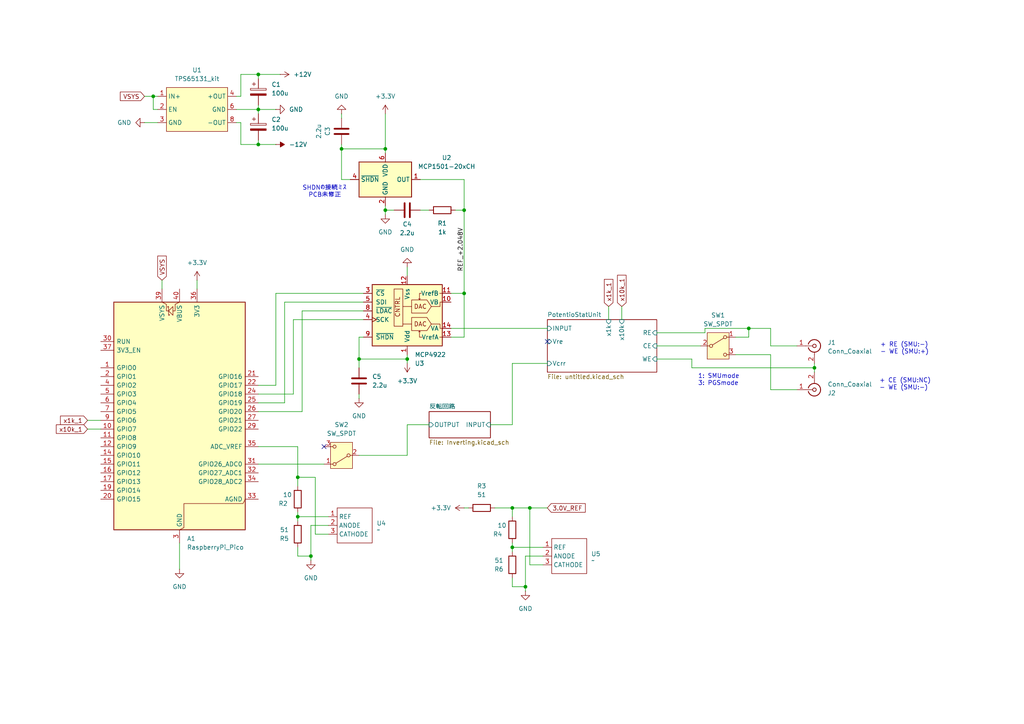
<source format=kicad_sch>
(kicad_sch (version 20250114) (generator "eeschema") (generator_version "9.0")
  (paper "A4")
  (lib_symbols
    (symbol "Analog_DAC:MCP4922" (pin_names (offset 1.016))
      (property "Reference" "U" (at -1.905 10.795 0))
      (property "Value" "MCP4922" (at -1.905 8.89 0))
      (symbol "MCP4922_0_0"
        (polyline (pts (xy 3.556 3.302) (xy 3.302 3.556)))
        (polyline (pts (xy 3.556 3.302) (xy 3.81 3.556)))
        (polyline (pts (xy 3.556 -5.842) (xy 3.302 -6.096)))
        (polyline (pts (xy 3.556 -5.842) (xy 3.81 -6.096)))
        (polyline (pts (xy 4.064 -7.62) (xy 3.556 -7.62) (xy 3.556 -5.842)))
        (polyline (pts (xy 4.318 5.08) (xy 3.556 5.08) (xy 3.556 3.302)))
        (polyline (pts (xy 6.985 1.27) (xy 9.525 1.27) (xy 9.525 2.54) (xy 10.16 2.54)))
        (polyline (pts (xy 6.985 -3.81) (xy 9.525 -3.81) (xy 9.525 -5.08) (xy 10.16 -5.08)))
        (polyline (pts (xy 10.16 5.08) (xy 9.398 5.08)))
        (polyline (pts (xy 10.16 -7.62) (xy 9.398 -7.62)))
        (text "CNTRL" (at -2.032 -6.731 900) (effects (font (size 1.27 1.27)) (justify left bottom)))
        (text "DAC" (at 3.81 1.27 0) (effects (font (size 1.27 1.27))))
        (text "DAC" (at 3.81 -3.81 0) (effects (font (size 1.27 1.27))))
      )
      (symbol "MCP4922_0_1"
        (rectangle (start -10.16 7.62) (end 10.16 -10.16) (stroke (width 0.254)) (fill (type background)))
        (rectangle (start -1.27 -8.89) (end -3.81 1.905))
        (polyline (pts (xy 1.27 1.27) (xy -1.27 1.27)))
        (polyline (pts (xy 1.27 -3.81) (xy -1.27 -3.81)))
        (polyline (pts (xy 6.985 1.27) (xy 5.715 3.175) (xy 1.27 3.175) (xy 1.27 -0.635) (xy 5.715 -0.635) (xy 6.985 1.27)))
        (polyline (pts (xy 6.985 -3.81) (xy 5.715 -1.905) (xy 1.27 -1.905) (xy 1.27 -5.715) (xy 5.715 -5.715) (xy 6.985 -3.81)))
      )
      (symbol "MCP4922_1_1"
        (pin input line (at -12.7 5.08 0) (length 2.54) (name "~{SHDN}") (number "9"))
        (pin input clock (at -12.7 0 0) (length 2.54) (name "SCK") (number "4"))
        (pin input line (at -12.7 -2.54 0) (length 2.54) (name "~{LDAC}") (number "8"))
        (pin input line (at -12.7 -5.08 0) (length 2.54) (name "SDI") (number "5"))
        (pin input line (at -12.7 -7.62 0) (length 2.54) (name "~{CS}") (number "3"))
        (pin no_connect line (at -7.62 -10.16 90) (length 2.54) (hide yes) (name "NC") (number "2"))
        (pin no_connect line (at -5.08 -10.16 90) (length 2.54) (hide yes) (name "NC") (number "6"))
        (pin no_connect line (at -2.54 -10.16 90) (length 2.54) (hide yes) (name "NC") (number "7"))
        (pin power_in line (at 0 10.16 270) (length 2.54) (name "Vdd") (number "1"))
        (pin power_in line (at 0 -12.7 90) (length 2.54) (name "Vss") (number "12"))
        (pin input line (at 12.7 5.08 180) (length 2.54) (name "VrefA") (number "13"))
        (pin output line (at 12.7 2.54 180) (length 2.54) (name "VA") (number "14"))
        (pin output line (at 12.7 -5.08 180) (length 2.54) (name "VB") (number "10"))
        (pin input line (at 12.7 -7.62 180) (length 2.54) (name "VrefB") (number "11"))
      )
    )
    (symbol "Connector:Conn_Coaxial" (pin_names (offset 1.016) (hide yes))
      (property "Reference" "J" (at 0.254 3.048 0))
      (property "Value" "Conn_Coaxial" (at 2.921 0 90))
      (symbol "Conn_Coaxial_0_1"
        (polyline (pts (xy -2.54 0) (xy -0.508 0)))
        (arc (start 1.778 0) (mid 0.222 -1.8079) (end -1.778 -0.508) (stroke (width 0.254)))
        (arc (start -1.778 0.508) (mid 0.2221 1.8084) (end 1.778 0) (stroke (width 0.254)))
        (circle (center 0 0) (radius 0.508) (stroke (width 0.2032)))
        (polyline (pts (xy 0 -2.54) (xy 0 -1.778)))
      )
      (symbol "Conn_Coaxial_1_1"
        (pin passive line (at -5.08 0 0) (length 2.54) (name "In") (number "1"))
        (pin passive line (at 0 -5.08 90) (length 2.54) (name "Ext") (number "2"))
      )
    )
    (symbol "Device:C" (pin_numbers (hide yes)) (pin_names (offset 0.254))
      (property "Reference" "C" (at 0.635 2.54 0))
      (property "Value" "C" (at 0.635 -2.54 0))
      (symbol "C_0_1"
        (polyline (pts (xy -2.032 0.762) (xy 2.032 0.762)) (stroke (width 0.508)))
        (polyline (pts (xy -2.032 -0.762) (xy 2.032 -0.762)) (stroke (width 0.508)))
      )
      (symbol "C_1_1"
        (pin passive line (at 0 3.81 270) (length 2.794) (name "~") (number "1"))
        (pin passive line (at 0 -3.81 90) (length 2.794) (name "~") (number "2"))
      )
    )
    (symbol "Device:C_Polarized" (pin_numbers (hide yes)) (pin_names (offset 0.254))
      (property "Reference" "C" (at 0.635 2.54 0))
      (property "Value" "C_Polarized" (at 0.635 -2.54 0))
      (symbol "C_Polarized_0_1"
        (rectangle (start -2.286 0.508) (end 2.286 1.016))
        (polyline (pts (xy -1.778 2.286) (xy -0.762 2.286)))
        (polyline (pts (xy -1.27 2.794) (xy -1.27 1.778)))
        (rectangle (start 2.286 -0.508) (end -2.286 -1.016) (fill (type outline)))
      )
      (symbol "C_Polarized_1_1"
        (pin passive line (at 0 3.81 270) (length 2.794) (name "~") (number "1"))
        (pin passive line (at 0 -3.81 90) (length 2.794) (name "~") (number "2"))
      )
    )
    (symbol "Device:R" (pin_numbers (hide yes)) (pin_names (offset 0))
      (property "Reference" "R" (at 2.032 0 90))
      (property "Value" "R" (at 0 0 90))
      (symbol "R_0_1"
        (rectangle (start -1.016 -2.54) (end 1.016 2.54) (stroke (width 0.254)))
      )
      (symbol "R_1_1"
        (pin passive line (at 0 3.81 270) (length 1.27) (name "~") (number "1"))
        (pin passive line (at 0 -3.81 90) (length 1.27) (name "~") (number "2"))
      )
    )
    (symbol "MCU_Module:RaspberryPi_Pico" (pin_names (offset 0.762))
      (property "Reference" "A" (at -19.05 35.56 0))
      (property "Value" "RaspberryPi_Pico" (at 7.62 35.56 0))
      (symbol "RaspberryPi_Pico_0_1"
        (rectangle (start -19.05 34.29) (end 19.05 -31.75) (stroke (width 0.254)) (fill (type background)))
        (polyline (pts (xy -5.08 34.29) (xy -3.81 33.655) (xy -3.81 31.75) (xy -3.175 31.75)))
        (polyline (pts (xy -3.429 32.766) (xy -3.429 33.02) (xy -3.175 33.02) (xy -3.175 30.48) (xy -2.921 30.48) (xy -2.921 30.734)))
        (polyline (pts (xy -3.175 31.75) (xy -1.905 33.02) (xy -1.905 30.48) (xy -3.175 31.75)))
        (polyline (pts (xy 0 34.29) (xy -1.27 33.655) (xy -1.27 31.75) (xy -1.905 31.75)))
        (polyline (pts (xy 0 -31.75) (xy 1.27 -31.115) (xy 1.27 -24.13) (xy 18.415 -24.13) (xy 19.05 -22.86)))
      )
      (symbol "RaspberryPi_Pico_1_1"
        (pin passive line (at -22.86 22.86 0) (length 3.81) (name "RUN") (number "30"))
        (pin passive line (at -22.86 20.32 0) (length 3.81) (name "3V3_EN") (number "37"))
        (pin bidirectional line (at -22.86 15.24 0) (length 3.81) (name "GPIO0") (number "1"))
        (pin bidirectional line (at -22.86 12.7 0) (length 3.81) (name "GPIO1") (number "2"))
        (pin bidirectional line (at -22.86 10.16 0) (length 3.81) (name "GPIO2") (number "4"))
        (pin bidirectional line (at -22.86 7.62 0) (length 3.81) (name "GPIO3") (number "5"))
        (pin bidirectional line (at -22.86 5.08 0) (length 3.81) (name "GPIO4") (number "6"))
        (pin bidirectional line (at -22.86 2.54 0) (length 3.81) (name "GPIO5") (number "7"))
        (pin bidirectional line (at -22.86 0 0) (length 3.81) (name "GPIO6") (number "9"))
        (pin bidirectional line (at -22.86 -2.54 0) (length 3.81) (name "GPIO7") (number "10"))
        (pin bidirectional line (at -22.86 -5.08 0) (length 3.81) (name "GPIO8") (number "11"))
        (pin bidirectional line (at -22.86 -7.62 0) (length 3.81) (name "GPIO9") (number "12"))
        (pin bidirectional line (at -22.86 -10.16 0) (length 3.81) (name "GPIO10") (number "14"))
        (pin bidirectional line (at -22.86 -12.7 0) (length 3.81) (name "GPIO11") (number "15"))
        (pin bidirectional line (at -22.86 -15.24 0) (length 3.81) (name "GPIO12") (number "16"))
        (pin bidirectional line (at -22.86 -17.78 0) (length 3.81) (name "GPIO13") (number "17"))
        (pin bidirectional line (at -22.86 -20.32 0) (length 3.81) (name "GPIO14") (number "19"))
        (pin bidirectional line (at -22.86 -22.86 0) (length 3.81) (name "GPIO15") (number "20"))
        (pin power_in line (at -5.08 38.1 270) (length 3.81) (name "VSYS") (number "39"))
        (pin power_out line (at 0 38.1 270) (length 3.81) (name "VBUS") (number "40"))
        (pin passive line (at 0 -35.56 90) (length 3.81) (hide yes) (name "GND") (number "13"))
        (pin passive line (at 0 -35.56 90) (length 3.81) (hide yes) (name "GND") (number "18"))
        (pin passive line (at 0 -35.56 90) (length 3.81) (hide yes) (name "GND") (number "23"))
        (pin passive line (at 0 -35.56 90) (length 3.81) (hide yes) (name "GND") (number "28"))
        (pin power_out line (at 0 -35.56 90) (length 3.81) (name "GND") (number "3"))
        (pin passive line (at 0 -35.56 90) (length 3.81) (hide yes) (name "GND") (number "38"))
        (pin passive line (at 0 -35.56 90) (length 3.81) (hide yes) (name "GND") (number "8"))
        (pin power_out line (at 5.08 38.1 270) (length 3.81) (name "3V3") (number "36"))
        (pin bidirectional line (at 22.86 12.7 180) (length 3.81) (name "GPIO16") (number "21"))
        (pin bidirectional line (at 22.86 10.16 180) (length 3.81) (name "GPIO17") (number "22"))
        (pin bidirectional line (at 22.86 7.62 180) (length 3.81) (name "GPIO18") (number "24"))
        (pin bidirectional line (at 22.86 5.08 180) (length 3.81) (name "GPIO19") (number "25"))
        (pin bidirectional line (at 22.86 2.54 180) (length 3.81) (name "GPIO20") (number "26"))
        (pin bidirectional line (at 22.86 0 180) (length 3.81) (name "GPIO21") (number "27"))
        (pin bidirectional line (at 22.86 -2.54 180) (length 3.81) (name "GPIO22") (number "29"))
        (pin power_in line (at 22.86 -7.62 180) (length 3.81) (name "ADC_VREF") (number "35"))
        (pin bidirectional line (at 22.86 -12.7 180) (length 3.81) (name "GPIO26_ADC0") (number "31"))
        (pin bidirectional line (at 22.86 -15.24 180) (length 3.81) (name "GPIO27_ADC1") (number "32"))
        (pin bidirectional line (at 22.86 -17.78 180) (length 3.81) (name "GPIO28_ADC2") (number "34"))
        (pin power_out line (at 22.86 -22.86 180) (length 3.81) (name "AGND") (number "33"))
      )
    )
    (symbol "NJM1431AU:NJM1431AU"
      (property "Reference" "U" (at 0 8.89 0))
      (symbol "NJM1431AU_0_1"
        (rectangle (start -5.08 7.62) (end 5.08 -2.54))
      )
      (symbol "NJM1431AU_1_1"
        (pin input line (at -2.54 -5.08 90) (length 2.54) (name "REF") (number "1"))
        (pin input line (at 0 -5.08 90) (length 2.54) (name "ANODE") (number "2"))
        (pin input line (at 2.54 -5.08 90) (length 2.54) (name "CATHODE") (number "3"))
      )
    )
    (symbol "Reference_Voltage:MCP1501-20xCH"
      (property "Reference" "U" (at -6.35 6.35 0))
      (property "Value" "MCP1501-20xCH" (at 10.16 6.35 0))
      (symbol "MCP1501-20xCH_0_0"
        (pin input line (at -10.16 0 0) (length 2.54) (name "~{SHDN}") (number "4"))
        (pin power_in line (at 0 7.62 270) (length 2.54) (name "VDD") (number "6"))
        (pin power_in line (at 0 -7.62 90) (length 2.54) (name "GND") (number "2"))
        (pin passive line (at 0 -7.62 90) (length 2.54) (hide yes) (name "GND") (number "3"))
        (pin passive line (at 0 -7.62 90) (length 2.54) (hide yes) (name "GND") (number "5"))
        (pin power_out line (at 10.16 0 180) (length 2.54) (name "OUT") (number "1"))
      )
      (symbol "MCP1501-20xCH_0_1"
        (rectangle (start -7.62 5.08) (end 7.62 -5.08) (stroke (width 0.254)) (fill (type background)))
      )
    )
    (symbol "Switch:SW_SPDT" (pin_names (offset 0) (hide yes))
      (property "Reference" "SW" (at 0 5.08 0))
      (property "Value" "SW_SPDT" (at 0 -5.08 0))
      (symbol "SW_SPDT_0_1"
        (circle (center -2.032 0) (radius 0.4572))
        (polyline (pts (xy -1.651 0.254) (xy 1.651 2.286)))
        (circle (center 2.032 2.54) (radius 0.4572))
        (circle (center 2.032 -2.54) (radius 0.4572))
      )
      (symbol "SW_SPDT_1_1"
        (rectangle (start -3.175 3.81) (end 3.175 -3.81) (fill (type background)))
        (pin passive line (at -5.08 0 0) (length 2.54) (name "B") (number "2"))
        (pin passive line (at 5.08 2.54 180) (length 2.54) (name "A") (number "1"))
        (pin passive line (at 5.08 -2.54 180) (length 2.54) (name "C") (number "3"))
      )
    )
    (symbol "TPS65131:TPS65131"
      (property "Reference" "U" (at 0 7.874 0))
      (property "Value" "TPS65131_kit" (at 0 -8.382 0))
      (symbol "TPS65131_1_1"
        (rectangle (start -8.89 6.35) (end 8.89 -6.35) (fill (type background)))
        (pin power_in line (at -11.43 3.81 0) (length 2.54) (name "IN+") (number "1"))
        (pin input line (at -11.43 0 0) (length 2.54) (name "EN") (number "2"))
        (pin power_in line (at -11.43 -3.81 0) (length 2.54) (name "GND") (number "3"))
        (pin power_out line (at 11.43 3.81 180) (length 2.54) (name "+OUT") (number "4"))
        (pin passive line (at 11.43 3.81 180) (length 2.54) (hide yes) (name "+OUT") (number "5"))
        (pin power_out line (at 11.43 0 180) (length 2.54) (name "GND") (number "6"))
        (pin passive line (at 11.43 0 180) (length 2.54) (hide yes) (name "GND") (number "7"))
        (pin power_out line (at 11.43 -3.81 180) (length 2.54) (name "-OUT") (number "8"))
        (pin passive line (at 11.43 -3.81 180) (length 2.54) (hide yes) (name "-OUT") (number "9"))
      )
    )
    (symbol "power:+12V" (power) (pin_numbers (hide yes)) (pin_names (offset 0) (hide yes))
      (property "Value" "+12V" (at 0 3.556 0))
      (symbol "+12V_0_1"
        (polyline (pts (xy -0.762 1.27) (xy 0 2.54)))
        (polyline (pts (xy 0 2.54) (xy 0.762 1.27)))
        (polyline (pts (xy 0 0) (xy 0 2.54)))
      )
      (symbol "+12V_1_1"
        (pin power_in line (at 0 0 90) (length 0) (name "~") (number "1"))
      )
    )
    (symbol "power:+3.3V" (power) (pin_numbers (hide yes)) (pin_names (offset 0) (hide yes))
      (property "Value" "+3.3V" (at 0 3.556 0))
      (symbol "+3.3V_0_1"
        (polyline (pts (xy -0.762 1.27) (xy 0 2.54)))
        (polyline (pts (xy 0 2.54) (xy 0.762 1.27)))
        (polyline (pts (xy 0 0) (xy 0 2.54)))
      )
      (symbol "+3.3V_1_1"
        (pin power_in line (at 0 0 90) (length 0) (name "~") (number "1"))
      )
    )
    (symbol "power:-12V" (power) (pin_numbers (hide yes)) (pin_names (offset 0) (hide yes))
      (property "Value" "-12V" (at 0 3.556 0))
      (symbol "-12V_0_0"
        (pin power_in line (at 0 0 90) (length 0) (name "~") (number "1"))
      )
      (symbol "-12V_0_1"
        (polyline (pts (xy 0 0) (xy 0 1.27) (xy 0.762 1.27) (xy 0 2.54) (xy -0.762 1.27) (xy 0 1.27)) (fill (type outline)))
      )
    )
    (symbol "power:GND" (power) (pin_numbers (hide yes)) (pin_names (offset 0) (hide yes))
      (property "Value" "GND" (at 0 -3.81 0))
      (symbol "GND_0_1"
        (polyline (pts (xy 0 0) (xy 0 -1.27) (xy 1.27 -1.27) (xy 0 -2.54) (xy -1.27 -1.27) (xy 0 -1.27)))
      )
      (symbol "GND_1_1"
        (pin power_in line (at 0 0 270) (length 0) (name "~") (number "1"))
      )
    )
  )
  (text "1: SMUmode\n3: PGSmode" (at 202.438 108.458 0) (effects (font (size 1.27 1.27)) (justify left top)))
  (text "+ CE (SMU:NC)\n- WE (SMU:-)" (at 255.016 109.728 0) (effects (font (size 1.27 1.27)) (justify left top)))
  (text "+ RE (SMU:-)\n- WE (SMU:+)" (at 255.27 99.314 0) (effects (font (size 1.27 1.27)) (justify left top)))
  (text "SHDNの接続ミス\nPCB未修正" (at 94.234 55.626 0) (effects (font (size 1.27 1.27))))
  (junction (at 44.45 27.94))
  (junction (at 111.76 60.96))
  (junction (at 86.36 138.43))
  (junction (at 217.17 95.25))
  (junction (at 153.67 147.32))
  (junction (at 148.59 147.32))
  (junction (at 86.36 149.86))
  (junction (at 74.93 41.91))
  (junction (at 152.4 170.18))
  (junction (at 111.76 43.18))
  (junction (at 118.11 104.14))
  (junction (at 90.17 161.29))
  (junction (at 74.93 31.75))
  (junction (at 74.93 21.59))
  (junction (at 134.62 85.09))
  (junction (at 104.14 104.14))
  (junction (at 236.22 106.68))
  (junction (at 99.06 43.18))
  (junction (at 148.59 158.75))
  (junction (at 134.62 60.96))
  (no_connect (at 158.75 99.06))
  (no_connect (at 93.98 129.54))
  (wire (pts (xy 148.59 105.41) (xy 148.59 123.19)))
  (wire (pts (xy 101.6 52.07) (xy 99.06 52.07)))
  (wire (pts (xy 74.93 134.62) (xy 93.98 134.62)))
  (wire (pts (xy 213.36 102.87) (xy 223.52 102.87)))
  (wire (pts (xy 44.45 31.75) (xy 44.45 27.94)))
  (wire (pts (xy 69.85 35.56) (xy 68.58 35.56)))
  (wire (pts (xy 74.93 30.48) (xy 74.93 31.75)))
  (wire (pts (xy 190.5 100.33) (xy 203.2 100.33)))
  (wire (pts (xy 104.14 106.68) (xy 104.14 104.14)))
  (wire (pts (xy 130.81 97.79) (xy 134.62 97.79)))
  (wire (pts (xy 111.76 62.23) (xy 111.76 60.96)))
  (wire (pts (xy 236.22 106.68) (xy 236.22 107.95)))
  (wire (pts (xy 90.17 161.29) (xy 90.17 162.56)))
  (wire (pts (xy 86.36 149.86) (xy 86.36 151.13)))
  (wire (pts (xy 45.72 31.75) (xy 44.45 31.75)))
  (wire (pts (xy 152.4 170.18) (xy 148.59 170.18)))
  (wire (pts (xy 200.66 106.68) (xy 236.22 106.68)))
  (wire (pts (xy 223.52 113.03) (xy 223.52 102.87)))
  (wire (pts (xy 74.93 31.75) (xy 68.58 31.75)))
  (wire (pts (xy 217.17 97.79) (xy 217.17 95.25)))
  (wire (pts (xy 180.34 88.9) (xy 180.34 92.71)))
  (wire (pts (xy 148.59 147.32) (xy 153.67 147.32)))
  (wire (pts (xy 99.06 43.18) (xy 111.76 43.18)))
  (wire (pts (xy 82.55 116.84) (xy 74.93 116.84)))
  (wire (pts (xy 111.76 60.96) (xy 111.76 59.69)))
  (wire (pts (xy 118.11 104.14) (xy 118.11 105.41)))
  (wire (pts (xy 105.41 85.09) (xy 80.01 85.09)))
  (wire (pts (xy 148.59 158.75) (xy 148.59 157.48)))
  (wire (pts (xy 86.36 158.75) (xy 86.36 161.29)))
  (wire (pts (xy 223.52 113.03) (xy 231.14 113.03)))
  (wire (pts (xy 153.67 147.32) (xy 158.75 147.32)))
  (wire (pts (xy 74.93 40.64) (xy 74.93 41.91)))
  (wire (pts (xy 217.17 95.25) (xy 223.52 95.25)))
  (wire (pts (xy 80.01 31.75) (xy 74.93 31.75)))
  (wire (pts (xy 105.41 90.17) (xy 87.63 90.17)))
  (wire (pts (xy 118.11 123.19) (xy 118.11 132.08)))
  (wire (pts (xy 104.14 104.14) (xy 118.11 104.14)))
  (wire (pts (xy 104.14 104.14) (xy 104.14 97.79)))
  (wire (pts (xy 69.85 41.91) (xy 69.85 35.56)))
  (wire (pts (xy 85.09 92.71) (xy 85.09 114.3)))
  (wire (pts (xy 41.91 35.56) (xy 45.72 35.56)))
  (wire (pts (xy 157.48 163.83) (xy 153.67 163.83)))
  (wire (pts (xy 74.93 41.91) (xy 80.01 41.91)))
  (wire (pts (xy 111.76 33.02) (xy 111.76 43.18)))
  (wire (pts (xy 104.14 97.79) (xy 105.41 97.79)))
  (wire (pts (xy 44.45 27.94) (xy 45.72 27.94)))
  (wire (pts (xy 111.76 43.18) (xy 111.76 44.45)))
  (wire (pts (xy 134.62 85.09) (xy 130.81 85.09)))
  (wire (pts (xy 118.11 132.08) (xy 104.14 132.08)))
  (wire (pts (xy 86.36 138.43) (xy 91.44 138.43)))
  (wire (pts (xy 86.36 129.54) (xy 86.36 138.43)))
  (wire (pts (xy 153.67 163.83) (xy 153.67 147.32)))
  (wire (pts (xy 95.25 149.86) (xy 86.36 149.86)))
  (wire (pts (xy 90.17 161.29) (xy 86.36 161.29)))
  (wire (pts (xy 157.48 161.29) (xy 152.4 161.29)))
  (wire (pts (xy 148.59 123.19) (xy 142.24 123.19)))
  (wire (pts (xy 74.93 21.59) (xy 74.93 22.86)))
  (wire (pts (xy 91.44 154.94) (xy 91.44 138.43)))
  (wire (pts (xy 74.93 119.38) (xy 87.63 119.38)))
  (wire (pts (xy 25.4 121.92) (xy 29.21 121.92)))
  (wire (pts (xy 134.62 60.96) (xy 134.62 85.09)))
  (wire (pts (xy 130.81 95.25) (xy 158.75 95.25)))
  (wire (pts (xy 46.99 81.28) (xy 46.99 83.82)))
  (wire (pts (xy 152.4 161.29) (xy 152.4 170.18)))
  (wire (pts (xy 223.52 100.33) (xy 231.14 100.33)))
  (wire (pts (xy 148.59 105.41) (xy 158.75 105.41)))
  (wire (pts (xy 69.85 41.91) (xy 74.93 41.91)))
  (wire (pts (xy 148.59 167.64) (xy 148.59 170.18)))
  (wire (pts (xy 157.48 158.75) (xy 148.59 158.75)))
  (wire (pts (xy 85.09 114.3) (xy 74.93 114.3)))
  (wire (pts (xy 74.93 129.54) (xy 86.36 129.54)))
  (wire (pts (xy 41.91 27.94) (xy 44.45 27.94)))
  (wire (pts (xy 124.46 123.19) (xy 118.11 123.19)))
  (wire (pts (xy 132.08 60.96) (xy 134.62 60.96)))
  (wire (pts (xy 80.01 85.09) (xy 80.01 111.76)))
  (wire (pts (xy 104.14 114.3) (xy 104.14 115.57)))
  (wire (pts (xy 190.5 104.14) (xy 200.66 104.14)))
  (wire (pts (xy 176.53 88.9) (xy 176.53 92.71)))
  (wire (pts (xy 69.85 21.59) (xy 69.85 27.94)))
  (wire (pts (xy 87.63 90.17) (xy 87.63 119.38)))
  (wire (pts (xy 134.62 97.79) (xy 134.62 85.09)))
  (wire (pts (xy 105.41 92.71) (xy 85.09 92.71)))
  (wire (pts (xy 190.5 96.52) (xy 204.47 96.52)))
  (wire (pts (xy 118.11 77.47) (xy 118.11 80.01)))
  (wire (pts (xy 86.36 138.43) (xy 86.36 140.97)))
  (wire (pts (xy 152.4 170.18) (xy 152.4 171.45)))
  (wire (pts (xy 99.06 43.18) (xy 99.06 41.91)))
  (wire (pts (xy 204.47 95.25) (xy 217.17 95.25)))
  (wire (pts (xy 25.4 124.46) (xy 29.21 124.46)))
  (wire (pts (xy 81.28 21.59) (xy 74.93 21.59)))
  (wire (pts (xy 134.62 147.32) (xy 135.89 147.32)))
  (wire (pts (xy 223.52 95.25) (xy 223.52 100.33)))
  (wire (pts (xy 143.51 147.32) (xy 148.59 147.32)))
  (wire (pts (xy 105.41 87.63) (xy 82.55 87.63)))
  (wire (pts (xy 99.06 43.18) (xy 99.06 52.07)))
  (wire (pts (xy 86.36 149.86) (xy 86.36 148.59)))
  (wire (pts (xy 57.15 81.28) (xy 57.15 83.82)))
  (wire (pts (xy 200.66 104.14) (xy 200.66 106.68)))
  (wire (pts (xy 236.22 105.41) (xy 236.22 106.68)))
  (wire (pts (xy 95.25 152.4) (xy 90.17 152.4)))
  (wire (pts (xy 80.01 111.76) (xy 74.93 111.76)))
  (wire (pts (xy 90.17 152.4) (xy 90.17 161.29)))
  (wire (pts (xy 124.46 60.96) (xy 121.92 60.96)))
  (wire (pts (xy 148.59 147.32) (xy 148.59 149.86)))
  (wire (pts (xy 148.59 158.75) (xy 148.59 160.02)))
  (wire (pts (xy 204.47 96.52) (xy 204.47 95.25)))
  (wire (pts (xy 99.06 33.02) (xy 99.06 34.29)))
  (wire (pts (xy 121.92 52.07) (xy 134.62 52.07)))
  (wire (pts (xy 82.55 87.63) (xy 82.55 116.84)))
  (wire (pts (xy 74.93 21.59) (xy 69.85 21.59)))
  (wire (pts (xy 52.07 157.48) (xy 52.07 165.1)))
  (wire (pts (xy 95.25 154.94) (xy 91.44 154.94)))
  (wire (pts (xy 118.11 102.87) (xy 118.11 104.14)))
  (wire (pts (xy 213.36 97.79) (xy 217.17 97.79)))
  (wire (pts (xy 111.76 60.96) (xy 114.3 60.96)))
  (wire (pts (xy 134.62 52.07) (xy 134.62 60.96)))
  (wire (pts (xy 69.85 27.94) (xy 68.58 27.94)))
  (wire (pts (xy 74.93 31.75) (xy 74.93 33.02)))
  (label "REF_+2.048V" (at 134.62 78.74 90))
  (global_label "x10k_1" (shape input) (at 180.34 88.9 90) (property "Intersheetrefs" "${INTERSHEET_REFS}" (effects (hide yes))))
  (global_label "x1k_1" (shape input) (at 176.53 88.9 90) (property "Intersheetrefs" "${INTERSHEET_REFS}" (effects (hide yes))))
  (global_label "3.0V_REF" (shape input) (at 158.75 147.32 0) (property "Intersheetrefs" "${INTERSHEET_REFS}" (effects (hide yes))))
  (global_label "VSYS" (shape input) (at 46.99 81.28 90) (property "Intersheetrefs" "${INTERSHEET_REFS}" (effects (hide yes))))
  (global_label "x1k_1" (shape input) (at 25.4 121.92 180) (property "Intersheetrefs" "${INTERSHEET_REFS}" (effects (hide yes))))
  (global_label "x10k_1" (shape input) (at 25.4 124.46 180) (property "Intersheetrefs" "${INTERSHEET_REFS}" (effects (hide yes))))
  (global_label "VSYS" (shape input) (at 41.91 27.94 180) (property "Intersheetrefs" "${INTERSHEET_REFS}" (effects (hide yes))))
  (symbol (lib_id "power:GND") (at 152.4 171.45 0) (unit 1)
    (property "Reference" "#PWR015" (effects (hide yes)))
    (property "Value" "GND" (at 152.4 176.53 0))
    (property "Description" "Power symbol creates a global label with name \"GND\" , ground" (effects (hide yes)))
  )
  (symbol (lib_id "Device:C") (at 99.06 38.1 0) (unit 1)
    (property "Reference" "C3" (at 94.996 38.1 90))
    (property "Value" "2.2u" (at 92.456 38.1 90))
    (property "Footprint" "Capacitor_SMD:C_0603_1608Metric" (effects (hide yes)))
    (property "Description" "Unpolarized capacitor" (effects (hide yes)))
    (property "Sim.Device" "C" (effects (hide yes)))
    (property "Sim.Type" "=" (effects (hide yes)))
    (property "Sim.Params" "c=2.2u" (effects (hide yes)))
    (property "Sim.Pins" "1=+ 2=-" (effects (hide yes)))
  )
  (symbol (lib_id "power:+3.3V") (at 57.15 81.28 0) (unit 1)
    (property "Reference" "#PWR09" (effects (hide yes)))
    (property "Value" "+3.3V" (at 57.15 76.2 0))
    (property "Description" "Power symbol creates a global label with name \"+3.3V\"" (effects (hide yes)))
  )
  (symbol (lib_id "power:GND") (at 99.06 33.02 180) (unit 1)
    (property "Reference" "#PWR03" (effects (hide yes)))
    (property "Value" "GND" (at 99.06 27.94 0))
    (property "Description" "Power symbol creates a global label with name \"GND\" , ground" (effects (hide yes)))
  )
  (symbol (lib_id "power:GND") (at 52.07 165.1 0) (unit 1)
    (property "Reference" "#PWR014" (effects (hide yes)))
    (property "Value" "GND" (at 52.07 170.18 0))
    (property "Description" "Power symbol creates a global label with name \"GND\" , ground" (effects (hide yes)))
  )
  (symbol (lib_id "power:+3.3V") (at 118.11 105.41 180) (unit 1)
    (property "Reference" "#PWR010" (effects (hide yes)))
    (property "Value" "+3.3V" (at 118.11 110.49 0))
    (property "Description" "Power symbol creates a global label with name \"+3.3V\"" (effects (hide yes)))
  )
  (symbol (lib_id "Switch:SW_SPDT") (at 99.06 132.08 180) (unit 1)
    (property "Reference" "SW2" (at 99.06 123.19 0))
    (property "Value" "SW_SPDT" (at 99.06 125.73 0))
    (property "Footprint" "Button_Switch_THT:SW_Slide-03_Wuerth-WS-SLTV_10x2.5x6.4_P2.54mm" (effects (hide yes)))
    (property "Description" "Switch, single pole double throw" (effects (hide yes)))
  )
  (symbol (lib_id "Device:C_Polarized") (at 74.93 26.67 0) (unit 1)
    (property "Reference" "C1" (at 78.74 24.5109 0) (effects (justify left)))
    (property "Value" "100u" (at 78.74 27.0509 0) (effects (justify left)))
    (property "Footprint" "Capacitor_THT:CP_Radial_D5.0mm_P2.00mm" (effects (hide yes)))
    (property "Description" "Polarized capacitor" (effects (hide yes)))
  )
  (symbol (lib_id "Connector:Conn_Coaxial") (at 236.22 100.33 0) (unit 1)
    (property "Reference" "J1" (at 240.03 99.3531 0) (effects (justify left)))
    (property "Value" "Conn_Coaxial" (at 240.03 101.8931 0) (effects (justify left)))
    (property "Footprint" "Connector_Coaxial:BNC_Amphenol_B6252HB-NPP3G-50_Horizontal" (effects (hide yes)))
    (property "Description" "coaxial connector (BNC, SMA, SMB, SMC, Cinch/RCA, LEMO, ...)" (effects (hide yes)))
  )
  (symbol (lib_id "power:+3.3V") (at 134.62 147.32 90) (unit 1)
    (property "Reference" "#PWR012" (effects (hide yes)))
    (property "Value" "+3.3V" (at 130.81 147.3199 90) (effects (justify left)))
    (property "Description" "Power symbol creates a global label with name \"+3.3V\"" (effects (hide yes)))
  )
  (symbol (lib_id "power:+12V") (at 81.28 21.59 270) (unit 1)
    (property "Reference" "#PWR01" (effects (hide yes)))
    (property "Value" "+12V" (at 85.09 21.5899 90) (effects (justify left)))
    (property "Description" "Power symbol creates a global label with name \"+12V\"" (effects (hide yes)))
  )
  (symbol (lib_id "Device:C") (at 104.14 110.49 0) (unit 1)
    (property "Reference" "C5" (at 107.95 109.2199 0) (effects (justify left)))
    (property "Value" "2.2u" (at 107.95 111.7599 0) (effects (justify left)))
    (property "Footprint" "Capacitor_SMD:C_0603_1608Metric" (effects (hide yes)))
    (property "Description" "Unpolarized capacitor" (effects (hide yes)))
    (property "Sim.Device" "C" (effects (hide yes)))
    (property "Sim.Type" "=" (effects (hide yes)))
    (property "Sim.Params" "c=2.2u" (effects (hide yes)))
    (property "Sim.Pins" "1=+ 2=-" (effects (hide yes)))
  )
  (symbol (lib_id "Device:R") (at 128.27 60.96 270) (unit 1)
    (property "Reference" "R1" (at 128.27 64.77 90))
    (property "Value" "1k" (at 128.27 67.31 90))
    (property "Footprint" "Resistor_SMD:R_0603_1608Metric" (effects (hide yes)))
    (property "Description" "Resistor" (effects (hide yes)))
  )
  (symbol (lib_id "Reference_Voltage:MCP1501-20xCH") (at 111.76 52.07 0) (unit 1)
    (property "Reference" "U2" (at 129.54 45.7514 0))
    (property "Value" "MCP1501-20xCH" (at 129.54 48.2914 0))
    (property "Footprint" "Package_TO_SOT_SMD:SOT-23-6" (effects (hide yes)))
    (property "Datasheet" "http://ww1.microchip.com/downloads/en/DeviceDoc/20005474E.pdf" (effects (hide yes)))
    (property "Description" "2.048V, 0.1%, 20mA, Precision Voltage Reference, SOT-23-6" (effects (hide yes)))
  )
  (symbol (lib_id "Connector:Conn_Coaxial") (at 236.22 113.03 0) (mirror x) (unit 1)
    (property "Reference" "J2" (at 240.03 114.0069 0) (effects (justify left)))
    (property "Value" "Conn_Coaxial" (at 240.03 111.4669 0) (effects (justify left)))
    (property "Footprint" "Connector_Coaxial:BNC_Amphenol_B6252HB-NPP3G-50_Horizontal" (effects (hide yes)))
    (property "Description" "coaxial connector (BNC, SMA, SMB, SMC, Cinch/RCA, LEMO, ...)" (effects (hide yes)))
  )
  (symbol (lib_id "Switch:SW_SPDT") (at 208.28 100.33 0) (unit 1)
    (property "Reference" "SW1" (at 208.28 91.44 0))
    (property "Value" "SW_SPDT" (at 208.28 93.98 0))
    (property "Footprint" "Button_Switch_THT:SW_Slide-03_Wuerth-WS-SLTV_10x2.5x6.4_P2.54mm" (effects (hide yes)))
    (property "Description" "Switch, single pole double throw" (effects (hide yes)))
  )
  (symbol (lib_id "NJM1431AU:NJM1431AU") (at 162.56 161.29 270) (unit 1)
    (property "Reference" "U5" (at 171.45 160.6549 90) (effects (justify left)))
    (property "Value" "~" (at 171.45 162.56 90) (effects (justify left)))
    (property "Footprint" "NJM1431AU:NJM1431AU" (effects (hide yes)))
  )
  (symbol (lib_id "Device:C") (at 118.11 60.96 90) (unit 1)
    (property "Reference" "C4" (at 118.11 65.024 90))
    (property "Value" "2.2u" (at 118.11 67.564 90))
    (property "Footprint" "Capacitor_SMD:C_0603_1608Metric" (effects (hide yes)))
    (property "Description" "Unpolarized capacitor" (effects (hide yes)))
    (property "Sim.Device" "C" (effects (hide yes)))
    (property "Sim.Type" "=" (effects (hide yes)))
    (property "Sim.Params" "c=2.2u" (effects (hide yes)))
    (property "Sim.Pins" "1=+ 2=-" (effects (hide yes)))
  )
  (symbol (lib_id "power:-12V") (at 80.01 41.91 270) (unit 1)
    (property "Reference" "#PWR06" (effects (hide yes)))
    (property "Value" "-12V" (at 83.82 41.9099 90) (effects (justify left)))
    (property "Description" "Power symbol creates a global label with name \"-12V\"" (effects (hide yes)))
  )
  (symbol (lib_id "TPS65131:TPS65131") (at 57.15 31.75 0) (unit 1)
    (property "Reference" "U1" (at 57.15 20.32 0))
    (property "Value" "TPS65131_kit" (at 57.15 22.86 0))
    (property "Footprint" "TPS65131:TPS65131_kit" (effects (hide yes)))
  )
  (symbol (lib_id "power:GND") (at 90.17 162.56 0) (unit 1)
    (property "Reference" "#PWR013" (effects (hide yes)))
    (property "Value" "GND" (at 90.17 167.64 0))
    (property "Description" "Power symbol creates a global label with name \"GND\" , ground" (effects (hide yes)))
  )
  (symbol (lib_id "power:GND") (at 104.14 115.57 0) (unit 1)
    (property "Reference" "#PWR011" (effects (hide yes)))
    (property "Value" "GND" (at 104.14 120.65 0))
    (property "Description" "Power symbol creates a global label with name \"GND\" , ground" (effects (hide yes)))
  )
  (symbol (lib_id "Device:R") (at 86.36 154.94 180) (unit 1)
    (property "Reference" "R5" (at 83.82 156.2101 0) (effects (justify left)))
    (property "Value" "51" (at 83.82 153.6701 0) (effects (justify left)))
    (property "Footprint" "Resistor_SMD:R_0603_1608Metric_Pad0.98x0.95mm_HandSolder" (effects (hide yes)))
    (property "Description" "Resistor" (effects (hide yes)))
    (property "Sim.Device" "R" (effects (hide yes)))
    (property "Sim.Type" "=" (effects (hide yes)))
    (property "Sim.Params" "r=30k" (effects (hide yes)))
    (property "Sim.Pins" "1=+ 2=-" (effects (hide yes)))
  )
  (symbol (lib_id "Device:R") (at 139.7 147.32 270) (unit 1)
    (property "Reference" "R3" (at 139.7 140.97 90))
    (property "Value" "51" (at 139.7 143.51 90))
    (property "Footprint" "Resistor_SMD:R_0603_1608Metric_Pad0.98x0.95mm_HandSolder" (effects (hide yes)))
    (property "Description" "Resistor" (effects (hide yes)))
    (property "Sim.Device" "R" (effects (hide yes)))
    (property "Sim.Type" "=" (effects (hide yes)))
    (property "Sim.Params" "r=30k" (effects (hide yes)))
    (property "Sim.Pins" "1=+ 2=-" (effects (hide yes)))
  )
  (symbol (lib_id "power:+3.3V") (at 111.76 33.02 0) (unit 1)
    (property "Reference" "#PWR04" (effects (hide yes)))
    (property "Value" "+3.3V" (at 111.76 27.94 0))
    (property "Description" "Power symbol creates a global label with name \"+3.3V\"" (effects (hide yes)))
  )
  (symbol (lib_id "Device:R") (at 86.36 144.78 0) (unit 1)
    (property "Reference" "R2" (at 80.772 146.05 0) (effects (justify left)))
    (property "Value" "10" (at 82.042 143.51 0) (effects (justify left)))
    (property "Footprint" "Resistor_SMD:R_0603_1608Metric_Pad0.98x0.95mm_HandSolder" (effects (hide yes)))
    (property "Description" "Resistor" (effects (hide yes)))
    (property "Sim.Device" "R" (effects (hide yes)))
    (property "Sim.Type" "=" (effects (hide yes)))
    (property "Sim.Params" "r=30k" (effects (hide yes)))
    (property "Sim.Pins" "1=+ 2=-" (effects (hide yes)))
  )
  (symbol (lib_id "Analog_DAC:MCP4922") (at 118.11 92.71 0) (mirror x) (unit 1)
    (property "Reference" "U3" (at 120.3041 105.41 0) (effects (justify left)))
    (property "Value" "MCP4922" (at 120.3041 102.87 0) (effects (justify left)))
    (property "Footprint" "Package_DIP:DIP-14_W7.62mm" (effects (hide yes)))
    (property "Datasheet" "http://ww1.microchip.com/downloads/en/DeviceDoc/22250A.pdf" (effects (hide yes)))
    (property "Description" "2-Channel 12-Bit D/A Converters with SPI Interface" (effects (hide yes)))
  )
  (symbol (lib_id "power:GND") (at 111.76 62.23 0) (unit 1)
    (property "Reference" "#PWR07" (effects (hide yes)))
    (property "Value" "GND" (at 111.76 67.31 0))
    (property "Description" "Power symbol creates a global label with name \"GND\" , ground" (effects (hide yes)))
  )
  (symbol (lib_id "power:GND") (at 118.11 77.47 180) (unit 1)
    (property "Reference" "#PWR08" (effects (hide yes)))
    (property "Value" "GND" (at 118.11 72.39 0))
    (property "Description" "Power symbol creates a global label with name \"GND\" , ground" (effects (hide yes)))
  )
  (symbol (lib_id "power:GND") (at 41.91 35.56 270) (unit 1)
    (property "Reference" "#PWR05" (effects (hide yes)))
    (property "Value" "GND" (at 38.1 35.5599 90) (effects (justify right)))
    (property "Description" "Power symbol creates a global label with name \"GND\" , ground" (effects (hide yes)))
  )
  (symbol (lib_id "power:GND") (at 80.01 31.75 90) (unit 1)
    (property "Reference" "#PWR02" (effects (hide yes)))
    (property "Value" "GND" (at 83.82 31.7499 90) (effects (justify right)))
    (property "Description" "Power symbol creates a global label with name \"GND\" , ground" (effects (hide yes)))
  )
  (symbol (lib_id "MCU_Module:RaspberryPi_Pico") (at 52.07 121.92 0) (unit 1)
    (property "Reference" "A1" (at 54.2133 156.21 0) (effects (justify left)))
    (property "Value" "RaspberryPi_Pico" (at 54.2133 158.75 0) (effects (justify left)))
    (property "Footprint" "Module:RaspberryPi_Pico_Common_Unspecified" (effects (hide yes)))
    (property "Datasheet" "https://datasheets.raspberrypi.com/pico/pico-datasheet.pdf" (effects (hide yes)))
    (property "Description" "Versatile and inexpensive microcontroller module powered by RP2040 dual-core Arm Cortex-M0+ processor up to 133 MHz, 264kB SRAM, 2MB QSPI flash; also supports Raspberry Pi Pico 2" (effects (hide yes)))
  )
  (symbol (lib_id "Device:R") (at 148.59 163.83 180) (unit 1)
    (property "Reference" "R6" (at 146.05 165.1001 0) (effects (justify left)))
    (property "Value" "51" (at 146.05 162.5601 0) (effects (justify left)))
    (property "Footprint" "Resistor_SMD:R_0603_1608Metric_Pad0.98x0.95mm_HandSolder" (effects (hide yes)))
    (property "Description" "Resistor" (effects (hide yes)))
    (property "Sim.Device" "R" (effects (hide yes)))
    (property "Sim.Type" "=" (effects (hide yes)))
    (property "Sim.Params" "r=30k" (effects (hide yes)))
    (property "Sim.Pins" "1=+ 2=-" (effects (hide yes)))
  )
  (symbol (lib_id "NJM1431AU:NJM1431AU") (at 100.33 152.4 270) (unit 1)
    (property "Reference" "U4" (at 109.22 151.7649 90) (effects (justify left)))
    (property "Value" "~" (at 109.22 153.67 90) (effects (justify left)))
    (property "Footprint" "NJM1431AU:NJM1431AU" (effects (hide yes)))
  )
  (symbol (lib_id "Device:R") (at 148.59 153.67 0) (unit 1)
    (property "Reference" "R4" (at 143.002 154.94 0) (effects (justify left)))
    (property "Value" "10" (at 144.272 152.4 0) (effects (justify left)))
    (property "Footprint" "Resistor_SMD:R_0603_1608Metric_Pad0.98x0.95mm_HandSolder" (effects (hide yes)))
    (property "Description" "Resistor" (effects (hide yes)))
    (property "Sim.Device" "R" (effects (hide yes)))
    (property "Sim.Type" "=" (effects (hide yes)))
    (property "Sim.Params" "r=30k" (effects (hide yes)))
    (property "Sim.Pins" "1=+ 2=-" (effects (hide yes)))
  )
  (symbol (lib_id "Device:C_Polarized") (at 74.93 36.83 0) (unit 1)
    (property "Reference" "C2" (at 78.74 34.6709 0) (effects (justify left)))
    (property "Value" "100u" (at 78.74 37.2109 0) (effects (justify left)))
    (property "Footprint" "Capacitor_THT:CP_Radial_D5.0mm_P2.00mm" (effects (hide yes)))
    (property "Description" "Polarized capacitor" (effects (hide yes)))
  )
  (sheet (at 158.75 92.71) (size 31.75 15.24) (stroke (width 0.1524))
    (property "Sheetname" "PotentioStatUnit" (at 158.75 91.9984 0) (effects (justify left bottom)))
    (property "Sheetfile" "untitled.kicad_sch" (at 158.75 108.5346 0) (effects (justify left top)))
    (pin "CE" input (at 190.5 100.33 0))
    (pin "RE" input (at 190.5 96.52 0))
    (pin "WE" input (at 190.5 104.14 0))
    (pin "Vcrr" input (at 158.75 105.41 180))
    (pin "INPUT" input (at 158.75 95.25 180))
    (pin "Vre" input (at 158.75 99.06 180))
    (pin "x1k" input (at 176.53 92.71 90))
    (pin "x10k" input (at 180.34 92.71 90))
  )
  (sheet (at 124.46 119.38) (size 17.78 7.62) (stroke (width 0.1524))
    (property "Sheetname" "反転回路" (at 124.46 118.6684 0) (effects (justify left bottom)))
    (property "Sheetfile" "Inverting.kicad_sch" (at 124.46 127.5846 0) (effects (justify left top)))
    (pin "INPUT" input (at 142.24 123.19 0))
    (pin "OUTPUT" input (at 124.46 123.19 180))
  )
)
</source>
